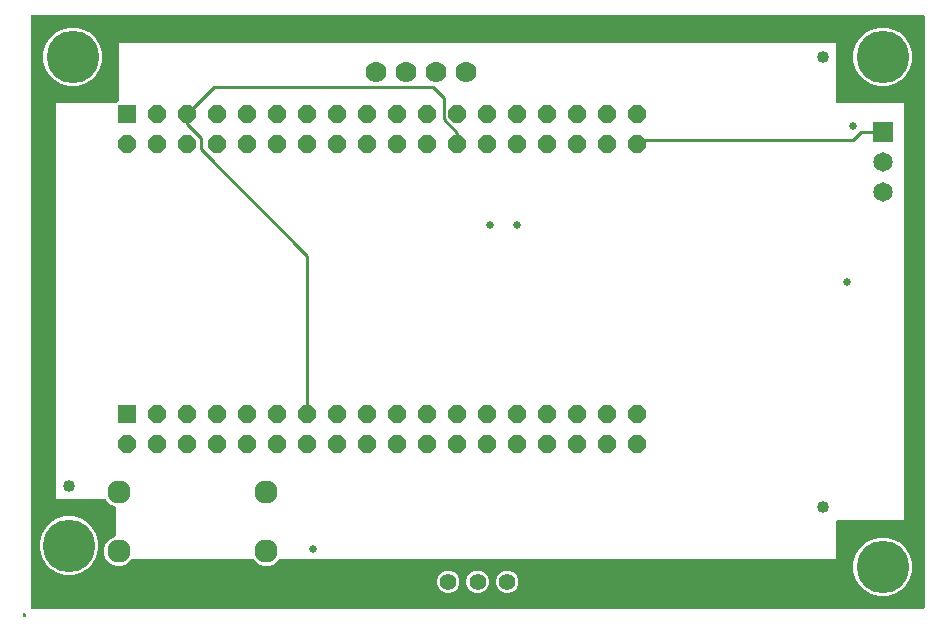
<source format=gbr>
G04 EAGLE Gerber RS-274X export*
G75*
%MOMM*%
%FSLAX34Y34*%
%LPD*%
%INBottom Copper*%
%IPPOS*%
%AMOC8*
5,1,8,0,0,1.08239X$1,22.5*%
G01*
%ADD10R,1.524000X1.524000*%
%ADD11P,1.649562X8X22.500000*%
%ADD12C,1.778000*%
%ADD13R,1.651000X1.651000*%
%ADD14C,1.651000*%
%ADD15C,1.960000*%
%ADD16C,1.400000*%
%ADD17C,4.445000*%
%ADD18C,1.016000*%
%ADD19C,0.654800*%
%ADD20C,0.254000*%

G36*
X759444Y504308D02*
X759444Y504308D01*
X759437Y504427D01*
X759424Y504465D01*
X759419Y504506D01*
X759376Y504616D01*
X759339Y504729D01*
X759317Y504764D01*
X759302Y504801D01*
X759233Y504897D01*
X759169Y504998D01*
X759139Y505026D01*
X759116Y505059D01*
X759024Y505135D01*
X758937Y505216D01*
X758902Y505236D01*
X758871Y505261D01*
X758763Y505312D01*
X758659Y505370D01*
X758619Y505380D01*
X758583Y505397D01*
X758466Y505419D01*
X758351Y505449D01*
X758291Y505453D01*
X758271Y505457D01*
X758250Y505455D01*
X758190Y505459D01*
X3810Y505459D01*
X3692Y505444D01*
X3573Y505437D01*
X3535Y505424D01*
X3494Y505419D01*
X3384Y505376D01*
X3271Y505339D01*
X3236Y505317D01*
X3199Y505302D01*
X3103Y505233D01*
X3002Y505169D01*
X2974Y505139D01*
X2941Y505116D01*
X2865Y505024D01*
X2784Y504937D01*
X2764Y504902D01*
X2739Y504871D01*
X2688Y504763D01*
X2630Y504659D01*
X2620Y504619D01*
X2603Y504583D01*
X2581Y504466D01*
X2551Y504351D01*
X2547Y504291D01*
X2543Y504271D01*
X2545Y504250D01*
X2541Y504190D01*
X2541Y254762D01*
X2556Y254644D01*
X2563Y254525D01*
X2576Y254487D01*
X2581Y254446D01*
X2603Y254391D01*
X2581Y254276D01*
X2551Y254161D01*
X2547Y254100D01*
X2543Y254080D01*
X2545Y254060D01*
X2541Y254000D01*
X2541Y3810D01*
X2556Y3692D01*
X2563Y3573D01*
X2576Y3535D01*
X2581Y3494D01*
X2624Y3384D01*
X2661Y3271D01*
X2683Y3236D01*
X2698Y3199D01*
X2767Y3103D01*
X2831Y3002D01*
X2861Y2974D01*
X2884Y2941D01*
X2976Y2865D01*
X3063Y2784D01*
X3098Y2764D01*
X3129Y2739D01*
X3237Y2688D01*
X3341Y2630D01*
X3381Y2620D01*
X3417Y2603D01*
X3534Y2581D01*
X3649Y2551D01*
X3709Y2547D01*
X3729Y2543D01*
X3750Y2545D01*
X3810Y2541D01*
X758190Y2541D01*
X758308Y2556D01*
X758427Y2563D01*
X758465Y2576D01*
X758506Y2581D01*
X758616Y2624D01*
X758729Y2661D01*
X758764Y2683D01*
X758801Y2698D01*
X758897Y2767D01*
X758998Y2831D01*
X759026Y2861D01*
X759059Y2884D01*
X759135Y2976D01*
X759216Y3063D01*
X759236Y3098D01*
X759261Y3129D01*
X759312Y3237D01*
X759370Y3341D01*
X759380Y3381D01*
X759397Y3417D01*
X759419Y3534D01*
X759449Y3649D01*
X759453Y3709D01*
X759457Y3729D01*
X759455Y3750D01*
X759459Y3810D01*
X759459Y504190D01*
X759444Y504308D01*
G37*
%LPC*%
G36*
X685800Y77469D02*
X685800Y77469D01*
X685682Y77454D01*
X685563Y77447D01*
X685525Y77434D01*
X685484Y77429D01*
X685374Y77386D01*
X685261Y77349D01*
X685226Y77327D01*
X685189Y77312D01*
X685093Y77243D01*
X684992Y77179D01*
X684964Y77149D01*
X684931Y77126D01*
X684856Y77034D01*
X684774Y76947D01*
X684754Y76912D01*
X684729Y76881D01*
X684678Y76773D01*
X684620Y76669D01*
X684610Y76629D01*
X684593Y76593D01*
X684571Y76476D01*
X684541Y76361D01*
X684537Y76301D01*
X684533Y76281D01*
X684535Y76260D01*
X684531Y76200D01*
X684531Y44703D01*
X213681Y44703D01*
X213583Y44691D01*
X213484Y44688D01*
X213426Y44671D01*
X213366Y44663D01*
X213274Y44627D01*
X213179Y44599D01*
X213127Y44569D01*
X213070Y44546D01*
X212990Y44488D01*
X212905Y44438D01*
X212829Y44372D01*
X212813Y44360D01*
X212805Y44350D01*
X212784Y44332D01*
X209190Y40738D01*
X204655Y38859D01*
X199745Y38859D01*
X195210Y40738D01*
X191616Y44332D01*
X191538Y44392D01*
X191466Y44460D01*
X191413Y44489D01*
X191365Y44526D01*
X191274Y44566D01*
X191187Y44614D01*
X191129Y44629D01*
X191073Y44653D01*
X190975Y44668D01*
X190879Y44693D01*
X190779Y44699D01*
X190759Y44703D01*
X190747Y44701D01*
X190719Y44703D01*
X88681Y44703D01*
X88583Y44691D01*
X88484Y44688D01*
X88426Y44671D01*
X88366Y44663D01*
X88274Y44627D01*
X88179Y44599D01*
X88127Y44569D01*
X88070Y44546D01*
X87990Y44488D01*
X87905Y44438D01*
X87829Y44372D01*
X87813Y44360D01*
X87805Y44350D01*
X87784Y44332D01*
X84190Y40738D01*
X79655Y38859D01*
X74745Y38859D01*
X70210Y40738D01*
X66738Y44210D01*
X64859Y48745D01*
X64859Y53655D01*
X66738Y58190D01*
X70210Y61662D01*
X73638Y63082D01*
X73663Y63097D01*
X73691Y63106D01*
X73801Y63175D01*
X73914Y63239D01*
X73935Y63260D01*
X73960Y63276D01*
X74049Y63370D01*
X74142Y63461D01*
X74158Y63486D01*
X74178Y63507D01*
X74241Y63621D01*
X74309Y63732D01*
X74317Y63760D01*
X74332Y63786D01*
X74364Y63912D01*
X74402Y64036D01*
X74404Y64065D01*
X74411Y64094D01*
X74421Y64255D01*
X74421Y88145D01*
X74418Y88175D01*
X74420Y88204D01*
X74398Y88332D01*
X74381Y88461D01*
X74371Y88488D01*
X74366Y88517D01*
X74312Y88636D01*
X74264Y88757D01*
X74247Y88781D01*
X74235Y88807D01*
X74154Y88909D01*
X74078Y89014D01*
X74055Y89033D01*
X74036Y89056D01*
X73933Y89134D01*
X73833Y89217D01*
X73806Y89229D01*
X73782Y89247D01*
X73638Y89318D01*
X70210Y90738D01*
X66738Y94210D01*
X66527Y94720D01*
X66512Y94745D01*
X66503Y94773D01*
X66434Y94883D01*
X66369Y94996D01*
X66349Y95017D01*
X66333Y95042D01*
X66238Y95131D01*
X66148Y95224D01*
X66123Y95240D01*
X66101Y95260D01*
X65988Y95323D01*
X65877Y95391D01*
X65849Y95399D01*
X65823Y95414D01*
X65697Y95446D01*
X65573Y95484D01*
X65543Y95486D01*
X65515Y95493D01*
X65354Y95503D01*
X23621Y95503D01*
X23621Y254000D01*
X23621Y254003D01*
X23632Y254015D01*
X23652Y254050D01*
X23677Y254081D01*
X23728Y254189D01*
X23786Y254293D01*
X23796Y254333D01*
X23813Y254369D01*
X23835Y254486D01*
X23865Y254601D01*
X23869Y254662D01*
X23873Y254682D01*
X23871Y254702D01*
X23875Y254762D01*
X23875Y430531D01*
X73772Y430531D01*
X73870Y430543D01*
X73969Y430546D01*
X74027Y430563D01*
X74087Y430571D01*
X74179Y430607D01*
X74275Y430635D01*
X74327Y430665D01*
X74383Y430688D01*
X74463Y430746D01*
X74549Y430796D01*
X74624Y430862D01*
X74640Y430874D01*
X74648Y430884D01*
X74669Y430903D01*
X75828Y432061D01*
X76200Y432061D01*
X76318Y432076D01*
X76437Y432083D01*
X76475Y432096D01*
X76516Y432101D01*
X76626Y432144D01*
X76739Y432181D01*
X76774Y432203D01*
X76811Y432218D01*
X76907Y432287D01*
X77008Y432351D01*
X77036Y432381D01*
X77069Y432404D01*
X77145Y432496D01*
X77226Y432583D01*
X77246Y432618D01*
X77271Y432649D01*
X77322Y432757D01*
X77380Y432861D01*
X77390Y432901D01*
X77407Y432937D01*
X77429Y433054D01*
X77459Y433169D01*
X77463Y433229D01*
X77467Y433249D01*
X77465Y433270D01*
X77469Y433330D01*
X77469Y481331D01*
X684531Y481331D01*
X684531Y431800D01*
X684546Y431682D01*
X684553Y431563D01*
X684566Y431525D01*
X684571Y431484D01*
X684614Y431374D01*
X684651Y431261D01*
X684673Y431226D01*
X684688Y431189D01*
X684758Y431093D01*
X684821Y430992D01*
X684851Y430964D01*
X684874Y430931D01*
X684966Y430856D01*
X685053Y430774D01*
X685088Y430754D01*
X685119Y430729D01*
X685227Y430678D01*
X685331Y430620D01*
X685371Y430610D01*
X685407Y430593D01*
X685524Y430571D01*
X685639Y430541D01*
X685700Y430537D01*
X685720Y430533D01*
X685740Y430535D01*
X685800Y430531D01*
X742189Y430531D01*
X742189Y77469D01*
X685800Y77469D01*
G37*
%LPD*%
%LPC*%
G36*
X720640Y445134D02*
X720640Y445134D01*
X714341Y446822D01*
X708694Y450082D01*
X704082Y454694D01*
X700822Y460341D01*
X699134Y466640D01*
X699134Y473160D01*
X700822Y479459D01*
X704082Y485106D01*
X708694Y489718D01*
X714341Y492978D01*
X720640Y494666D01*
X727160Y494666D01*
X733459Y492978D01*
X739106Y489718D01*
X743718Y485106D01*
X746978Y479459D01*
X748666Y473160D01*
X748666Y466640D01*
X746978Y460341D01*
X743718Y454694D01*
X739106Y450082D01*
X733459Y446822D01*
X727160Y445134D01*
X720640Y445134D01*
G37*
%LPD*%
%LPC*%
G36*
X34840Y445134D02*
X34840Y445134D01*
X28541Y446822D01*
X22894Y450082D01*
X18282Y454694D01*
X15022Y460341D01*
X13334Y466640D01*
X13334Y473160D01*
X15022Y479459D01*
X18282Y485106D01*
X22894Y489718D01*
X28541Y492978D01*
X34840Y494666D01*
X41360Y494666D01*
X47659Y492978D01*
X53306Y489718D01*
X57918Y485106D01*
X61178Y479459D01*
X62866Y473160D01*
X62866Y466640D01*
X61178Y460341D01*
X57918Y454694D01*
X53306Y450082D01*
X47659Y446822D01*
X41360Y445134D01*
X34840Y445134D01*
G37*
%LPD*%
%LPC*%
G36*
X31792Y31368D02*
X31792Y31368D01*
X25493Y33056D01*
X19846Y36316D01*
X15234Y40928D01*
X11974Y46575D01*
X10286Y52874D01*
X10286Y59394D01*
X11974Y65693D01*
X15234Y71340D01*
X19846Y75952D01*
X25493Y79212D01*
X31792Y80900D01*
X38312Y80900D01*
X44611Y79212D01*
X50258Y75952D01*
X54870Y71340D01*
X58130Y65693D01*
X59818Y59394D01*
X59818Y52874D01*
X58130Y46575D01*
X54870Y40928D01*
X50258Y36316D01*
X44611Y33056D01*
X38312Y31368D01*
X31792Y31368D01*
G37*
%LPD*%
%LPC*%
G36*
X720640Y13334D02*
X720640Y13334D01*
X714341Y15022D01*
X708694Y18282D01*
X704082Y22894D01*
X700822Y28541D01*
X699134Y34840D01*
X699134Y41360D01*
X700822Y47659D01*
X704082Y53306D01*
X708694Y57918D01*
X714341Y61178D01*
X720640Y62866D01*
X727160Y62866D01*
X733459Y61178D01*
X739106Y57918D01*
X743718Y53306D01*
X746978Y47659D01*
X748666Y41360D01*
X748666Y34840D01*
X746978Y28541D01*
X743718Y22894D01*
X739106Y18282D01*
X733459Y15022D01*
X727160Y13334D01*
X720640Y13334D01*
G37*
%LPD*%
%LPC*%
G36*
X404102Y15859D02*
X404102Y15859D01*
X400596Y17312D01*
X397912Y19996D01*
X396459Y23502D01*
X396459Y27298D01*
X397912Y30804D01*
X400596Y33488D01*
X404102Y34941D01*
X407898Y34941D01*
X411404Y33488D01*
X414088Y30804D01*
X415541Y27298D01*
X415541Y23502D01*
X414088Y19996D01*
X411404Y17312D01*
X407898Y15859D01*
X404102Y15859D01*
G37*
%LPD*%
%LPC*%
G36*
X379102Y15859D02*
X379102Y15859D01*
X375596Y17312D01*
X372912Y19996D01*
X371459Y23502D01*
X371459Y27298D01*
X372912Y30804D01*
X375596Y33488D01*
X379102Y34941D01*
X382898Y34941D01*
X386404Y33488D01*
X389088Y30804D01*
X390541Y27298D01*
X390541Y23502D01*
X389088Y19996D01*
X386404Y17312D01*
X382898Y15859D01*
X379102Y15859D01*
G37*
%LPD*%
%LPC*%
G36*
X354102Y15859D02*
X354102Y15859D01*
X350596Y17312D01*
X347912Y19996D01*
X346459Y23502D01*
X346459Y27298D01*
X347912Y30804D01*
X350596Y33488D01*
X354102Y34941D01*
X357898Y34941D01*
X361404Y33488D01*
X364088Y30804D01*
X365541Y27298D01*
X365541Y23502D01*
X364088Y19996D01*
X361404Y17312D01*
X357898Y15859D01*
X354102Y15859D01*
G37*
%LPD*%
G36*
X-2203Y-4300D02*
X-2203Y-4300D01*
X-2064Y-4287D01*
X-2045Y-4280D01*
X-2025Y-4277D01*
X-1896Y-4226D01*
X-1765Y-4179D01*
X-1748Y-4168D01*
X-1729Y-4160D01*
X-1617Y-4079D01*
X-1501Y-4001D01*
X-1488Y-3985D01*
X-1472Y-3974D01*
X-1383Y-3866D01*
X-1291Y-3762D01*
X-1282Y-3744D01*
X-1269Y-3729D01*
X-1210Y-3603D01*
X-1146Y-3479D01*
X-1142Y-3459D01*
X-1133Y-3441D01*
X-1107Y-3305D01*
X-1077Y-3169D01*
X-1077Y-3148D01*
X-1073Y-3129D01*
X-1082Y-2990D01*
X-1086Y-2851D01*
X-1092Y-2831D01*
X-1093Y-2811D01*
X-1136Y-2679D01*
X-1175Y-2545D01*
X-1185Y-2528D01*
X-1191Y-2509D01*
X-1266Y-2391D01*
X-1336Y-2271D01*
X-1355Y-2250D01*
X-1361Y-2240D01*
X-1376Y-2226D01*
X-1443Y-2151D01*
X-2151Y-1443D01*
X-2260Y-1357D01*
X-2367Y-1269D01*
X-2386Y-1260D01*
X-2402Y-1248D01*
X-2530Y-1192D01*
X-2655Y-1133D01*
X-2675Y-1129D01*
X-2694Y-1121D01*
X-2832Y-1099D01*
X-2968Y-1073D01*
X-2988Y-1075D01*
X-3008Y-1072D01*
X-3147Y-1085D01*
X-3285Y-1093D01*
X-3304Y-1099D01*
X-3324Y-1101D01*
X-3456Y-1149D01*
X-3587Y-1191D01*
X-3605Y-1202D01*
X-3624Y-1209D01*
X-3739Y-1287D01*
X-3856Y-1361D01*
X-3870Y-1376D01*
X-3887Y-1388D01*
X-3979Y-1492D01*
X-4074Y-1593D01*
X-4084Y-1611D01*
X-4097Y-1626D01*
X-4161Y-1750D01*
X-4228Y-1872D01*
X-4233Y-1891D01*
X-4242Y-1909D01*
X-4272Y-2045D01*
X-4307Y-2179D01*
X-4309Y-2208D01*
X-4312Y-2219D01*
X-4311Y-2240D01*
X-4317Y-2340D01*
X-4317Y-3048D01*
X-4302Y-3166D01*
X-4295Y-3285D01*
X-4282Y-3323D01*
X-4277Y-3364D01*
X-4234Y-3474D01*
X-4197Y-3587D01*
X-4175Y-3622D01*
X-4160Y-3659D01*
X-4091Y-3755D01*
X-4027Y-3856D01*
X-3997Y-3884D01*
X-3974Y-3917D01*
X-3882Y-3993D01*
X-3795Y-4074D01*
X-3760Y-4094D01*
X-3729Y-4119D01*
X-3621Y-4170D01*
X-3517Y-4228D01*
X-3477Y-4238D01*
X-3441Y-4255D01*
X-3324Y-4277D01*
X-3209Y-4307D01*
X-3149Y-4311D01*
X-3129Y-4315D01*
X-3108Y-4313D01*
X-3048Y-4317D01*
X-2340Y-4317D01*
X-2203Y-4300D01*
G37*
D10*
X84500Y421900D03*
D11*
X84500Y396500D03*
X109900Y421900D03*
X109900Y396500D03*
X135300Y421900D03*
X135300Y396500D03*
X160700Y421900D03*
X160700Y396500D03*
X186100Y421900D03*
X186100Y396500D03*
X211500Y421900D03*
X211500Y396500D03*
X236900Y421900D03*
X236900Y396500D03*
X262300Y421900D03*
X262300Y396500D03*
X287700Y421900D03*
X287700Y396500D03*
X313100Y421900D03*
X313100Y396500D03*
X338500Y421900D03*
X338500Y396500D03*
X363900Y421900D03*
X363900Y396500D03*
X389300Y421900D03*
X389300Y396500D03*
X414700Y421900D03*
X414700Y396500D03*
X440100Y421900D03*
X440100Y396500D03*
X465500Y421900D03*
X465500Y396500D03*
X490900Y421900D03*
X490900Y396500D03*
X516300Y421900D03*
X516300Y396500D03*
D10*
X84500Y167900D03*
D11*
X84500Y142500D03*
X109900Y167900D03*
X109900Y142500D03*
X135300Y167900D03*
X135300Y142500D03*
X160700Y167900D03*
X160700Y142500D03*
X186100Y167900D03*
X186100Y142500D03*
X211500Y167900D03*
X211500Y142500D03*
X236900Y167900D03*
X236900Y142500D03*
X262300Y167900D03*
X262300Y142500D03*
X287700Y167900D03*
X287700Y142500D03*
X313100Y167900D03*
X313100Y142500D03*
X338500Y167900D03*
X338500Y142500D03*
X363900Y167900D03*
X363900Y142500D03*
X389300Y167900D03*
X389300Y142500D03*
X414700Y167900D03*
X414700Y142500D03*
X440100Y167900D03*
X440100Y142500D03*
X465500Y167900D03*
X465500Y142500D03*
X490900Y167900D03*
X490900Y142500D03*
X516300Y167900D03*
X516300Y142500D03*
D12*
X370840Y457200D03*
X345440Y457200D03*
X320040Y457200D03*
X294640Y457200D03*
D13*
X723900Y406400D03*
D14*
X723900Y381000D03*
X723900Y355600D03*
D15*
X202200Y101200D03*
X202200Y51200D03*
X77200Y51200D03*
X77200Y101200D03*
D16*
X356000Y25400D03*
X381000Y25400D03*
X406000Y25400D03*
D17*
X35052Y56134D03*
X38100Y469900D03*
X723900Y38100D03*
X723900Y469900D03*
D18*
X35052Y106934D03*
X673100Y88900D03*
X673100Y469900D03*
D19*
X693420Y279400D03*
X698500Y411480D03*
D20*
X135300Y412665D02*
X135300Y421900D01*
X146730Y401235D02*
X146730Y391750D01*
X146730Y401235D02*
X135300Y412665D01*
X236900Y301580D02*
X236900Y167900D01*
X236900Y301580D02*
X146730Y391750D01*
X363900Y396500D02*
X363900Y405736D01*
X352470Y417166D02*
X352470Y434930D01*
X352470Y417166D02*
X363900Y405736D01*
X157900Y444500D02*
X135300Y421900D01*
X157900Y444500D02*
X342900Y444500D01*
X352470Y434930D01*
D19*
X241300Y53340D03*
X391160Y327660D03*
X414020Y327660D03*
D20*
X705978Y406400D02*
X723900Y406400D01*
X705978Y406400D02*
X698894Y399316D01*
X519116Y399316D02*
X516300Y396500D01*
X519116Y399316D02*
X698894Y399316D01*
M02*

</source>
